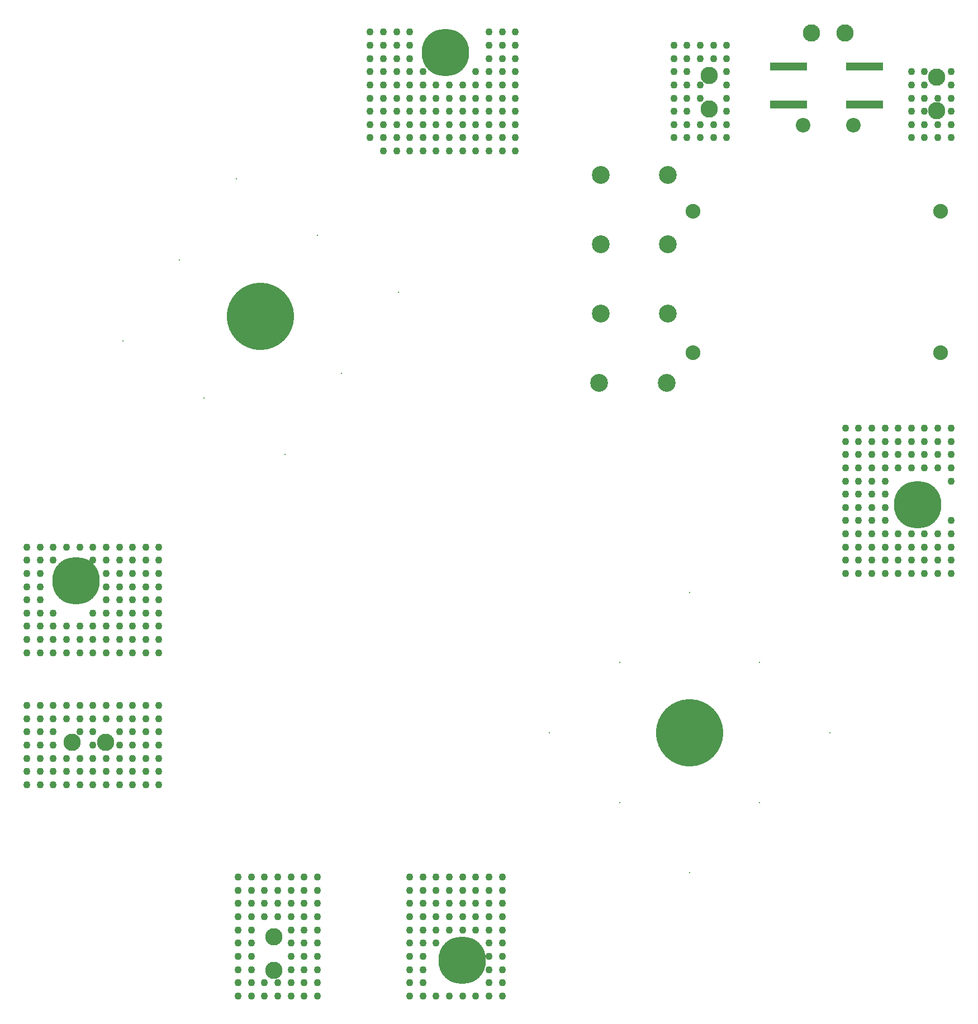
<source format=gts>
G04 Layer_Color=8388736*
%FSLAX44Y44*%
%MOMM*%
G71*
G01*
G75*
%ADD27R,5.6032X1.2532*%
%ADD28C,7.2032*%
%ADD29C,10.2032*%
%ADD30C,0.2032*%
%ADD31C,2.6162*%
%ADD32C,2.2352*%
%ADD33C,2.7032*%
%ADD34C,2.2032*%
%ADD35C,1.1032*%
D27*
X1375000Y1416250D02*
D03*
Y1473750D02*
D03*
X1260000D02*
D03*
Y1416250D02*
D03*
D28*
X739905Y1494746D02*
D03*
X180299Y695110D02*
D03*
X765109Y119755D02*
D03*
X1455068Y810068D02*
D03*
D29*
X460000Y1095000D02*
D03*
X1110000Y465000D02*
D03*
D30*
X582873Y1008963D02*
D03*
X373964Y972127D02*
D03*
X337127Y1181037D02*
D03*
X546036Y1217873D02*
D03*
X423164Y1303909D02*
D03*
X496836Y886091D02*
D03*
X251091Y1058164D02*
D03*
X668909Y1131836D02*
D03*
X1322132Y465000D02*
D03*
X897868D02*
D03*
X1110000Y252868D02*
D03*
Y677132D02*
D03*
X1216066Y571066D02*
D03*
X1003934D02*
D03*
Y358934D02*
D03*
X1216066D02*
D03*
D31*
X1345000Y1525000D02*
D03*
X1294200D02*
D03*
X1484226Y1407200D02*
D03*
Y1458000D02*
D03*
X480000Y105000D02*
D03*
Y155800D02*
D03*
X1140000Y1460000D02*
D03*
Y1409200D02*
D03*
X225000Y450000D02*
D03*
X174200D02*
D03*
D32*
X1115000Y1040000D02*
D03*
X1490000D02*
D03*
Y1255000D02*
D03*
X1115000D02*
D03*
D33*
X975000Y1310000D02*
D03*
X1077000D02*
D03*
X975000Y1205000D02*
D03*
X1077000D02*
D03*
X975000Y1100000D02*
D03*
X1077000D02*
D03*
X973000Y995000D02*
D03*
X1075000D02*
D03*
D34*
X1358100Y1385000D02*
D03*
X1281900D02*
D03*
D35*
X1506001Y1466001D02*
D03*
Y1446001D02*
D03*
Y1426001D02*
D03*
Y1406001D02*
D03*
Y1386001D02*
D03*
Y1366001D02*
D03*
X1486001Y1426001D02*
D03*
Y1386001D02*
D03*
Y1366001D02*
D03*
X1466001Y1466001D02*
D03*
Y1446001D02*
D03*
Y1426001D02*
D03*
Y1406001D02*
D03*
Y1386001D02*
D03*
Y1366001D02*
D03*
X1446001Y1466001D02*
D03*
Y1446001D02*
D03*
Y1426001D02*
D03*
Y1406001D02*
D03*
Y1386001D02*
D03*
Y1366001D02*
D03*
X1166001Y1506001D02*
D03*
Y1486001D02*
D03*
Y1466001D02*
D03*
Y1446001D02*
D03*
Y1426001D02*
D03*
Y1406001D02*
D03*
Y1386001D02*
D03*
Y1366001D02*
D03*
X1146001Y1506001D02*
D03*
Y1486001D02*
D03*
Y1386001D02*
D03*
Y1366001D02*
D03*
X1126001Y1506001D02*
D03*
Y1486001D02*
D03*
Y1446001D02*
D03*
Y1426001D02*
D03*
Y1386001D02*
D03*
Y1366001D02*
D03*
X1106001Y1506001D02*
D03*
Y1486001D02*
D03*
Y1466001D02*
D03*
Y1446001D02*
D03*
Y1426001D02*
D03*
Y1406001D02*
D03*
Y1386001D02*
D03*
Y1366001D02*
D03*
X1086001Y1506001D02*
D03*
Y1486001D02*
D03*
Y1466001D02*
D03*
Y1446001D02*
D03*
Y1426001D02*
D03*
Y1406001D02*
D03*
Y1386001D02*
D03*
Y1366001D02*
D03*
X846001Y1526001D02*
D03*
Y1506001D02*
D03*
Y1486001D02*
D03*
Y1466001D02*
D03*
Y1446001D02*
D03*
Y1426001D02*
D03*
Y1406001D02*
D03*
Y1386001D02*
D03*
Y1366001D02*
D03*
Y1346001D02*
D03*
X826001Y1526001D02*
D03*
Y1506001D02*
D03*
Y1486001D02*
D03*
Y1466001D02*
D03*
Y1446001D02*
D03*
Y1426001D02*
D03*
Y1406001D02*
D03*
Y1386001D02*
D03*
Y1366001D02*
D03*
Y1346001D02*
D03*
X806001Y1526001D02*
D03*
Y1506001D02*
D03*
Y1486001D02*
D03*
Y1466001D02*
D03*
Y1446001D02*
D03*
Y1426001D02*
D03*
Y1406001D02*
D03*
Y1386001D02*
D03*
Y1366001D02*
D03*
Y1346001D02*
D03*
X786001Y1466001D02*
D03*
Y1446001D02*
D03*
Y1426001D02*
D03*
Y1406001D02*
D03*
Y1386001D02*
D03*
Y1366001D02*
D03*
Y1346001D02*
D03*
X766001Y1446001D02*
D03*
Y1426001D02*
D03*
Y1406001D02*
D03*
Y1386001D02*
D03*
Y1366001D02*
D03*
Y1346001D02*
D03*
X746001Y1446001D02*
D03*
Y1426001D02*
D03*
Y1406001D02*
D03*
Y1386001D02*
D03*
Y1366001D02*
D03*
Y1346001D02*
D03*
X726001Y1446001D02*
D03*
Y1426001D02*
D03*
Y1406001D02*
D03*
Y1386001D02*
D03*
Y1366001D02*
D03*
Y1346001D02*
D03*
X706001Y1466001D02*
D03*
Y1446001D02*
D03*
Y1426001D02*
D03*
Y1406001D02*
D03*
Y1386001D02*
D03*
Y1366001D02*
D03*
Y1346001D02*
D03*
X686001Y1526001D02*
D03*
Y1506001D02*
D03*
Y1486001D02*
D03*
Y1466001D02*
D03*
Y1446001D02*
D03*
Y1426001D02*
D03*
Y1406001D02*
D03*
Y1386001D02*
D03*
Y1366001D02*
D03*
Y1346001D02*
D03*
X666001Y1526001D02*
D03*
Y1506001D02*
D03*
Y1486001D02*
D03*
Y1466001D02*
D03*
Y1446001D02*
D03*
Y1426001D02*
D03*
Y1406001D02*
D03*
Y1386001D02*
D03*
Y1366001D02*
D03*
Y1346001D02*
D03*
X646001Y1526001D02*
D03*
Y1506001D02*
D03*
Y1486001D02*
D03*
Y1466001D02*
D03*
Y1446001D02*
D03*
Y1426001D02*
D03*
Y1406001D02*
D03*
Y1386001D02*
D03*
Y1366001D02*
D03*
Y1346001D02*
D03*
X626001Y1526001D02*
D03*
Y1506001D02*
D03*
Y1486001D02*
D03*
Y1466001D02*
D03*
Y1446001D02*
D03*
Y1426001D02*
D03*
Y1406001D02*
D03*
Y1386001D02*
D03*
Y1366001D02*
D03*
X1506001Y926001D02*
D03*
Y906001D02*
D03*
Y886001D02*
D03*
Y866001D02*
D03*
Y846001D02*
D03*
Y786001D02*
D03*
Y766001D02*
D03*
Y746001D02*
D03*
Y726001D02*
D03*
Y706001D02*
D03*
X1486001Y926001D02*
D03*
Y906001D02*
D03*
Y886001D02*
D03*
Y866001D02*
D03*
Y766001D02*
D03*
Y746001D02*
D03*
Y726001D02*
D03*
Y706001D02*
D03*
X1466001Y926001D02*
D03*
Y906001D02*
D03*
Y886001D02*
D03*
Y866001D02*
D03*
Y766001D02*
D03*
Y746001D02*
D03*
Y726001D02*
D03*
Y706001D02*
D03*
X1446001Y926001D02*
D03*
Y906001D02*
D03*
Y886001D02*
D03*
Y866001D02*
D03*
Y766001D02*
D03*
Y746001D02*
D03*
Y726001D02*
D03*
Y706001D02*
D03*
X1426001Y926001D02*
D03*
Y906001D02*
D03*
Y886001D02*
D03*
Y866001D02*
D03*
Y766001D02*
D03*
Y746001D02*
D03*
Y726001D02*
D03*
Y706001D02*
D03*
X1406001Y926001D02*
D03*
Y906001D02*
D03*
Y886001D02*
D03*
Y866001D02*
D03*
Y846001D02*
D03*
Y826001D02*
D03*
Y806001D02*
D03*
Y786001D02*
D03*
Y766001D02*
D03*
Y746001D02*
D03*
Y726001D02*
D03*
Y706001D02*
D03*
X1386001Y926001D02*
D03*
Y906001D02*
D03*
Y886001D02*
D03*
Y866001D02*
D03*
Y846001D02*
D03*
Y826001D02*
D03*
Y806001D02*
D03*
Y786001D02*
D03*
Y766001D02*
D03*
Y746001D02*
D03*
Y726001D02*
D03*
Y706001D02*
D03*
X1366001Y926001D02*
D03*
Y906001D02*
D03*
Y886001D02*
D03*
Y866001D02*
D03*
Y846001D02*
D03*
Y826001D02*
D03*
Y806001D02*
D03*
Y786001D02*
D03*
Y766001D02*
D03*
Y746001D02*
D03*
Y726001D02*
D03*
Y706001D02*
D03*
X1346001Y926001D02*
D03*
Y906001D02*
D03*
Y886001D02*
D03*
Y866001D02*
D03*
Y846001D02*
D03*
Y826001D02*
D03*
Y806001D02*
D03*
Y786001D02*
D03*
Y766001D02*
D03*
Y746001D02*
D03*
Y726001D02*
D03*
Y706001D02*
D03*
X306000Y746001D02*
D03*
Y726001D02*
D03*
Y706001D02*
D03*
Y686001D02*
D03*
Y666001D02*
D03*
Y646001D02*
D03*
Y626001D02*
D03*
Y606001D02*
D03*
Y586001D02*
D03*
X286000Y746001D02*
D03*
Y726001D02*
D03*
Y706001D02*
D03*
Y686001D02*
D03*
Y666001D02*
D03*
Y646001D02*
D03*
Y626001D02*
D03*
Y606001D02*
D03*
Y586001D02*
D03*
X266000Y746001D02*
D03*
Y726001D02*
D03*
Y706001D02*
D03*
Y686001D02*
D03*
Y666001D02*
D03*
Y646001D02*
D03*
Y626001D02*
D03*
Y606001D02*
D03*
Y586001D02*
D03*
X246000Y746001D02*
D03*
Y726001D02*
D03*
Y706001D02*
D03*
Y686001D02*
D03*
Y666001D02*
D03*
Y646001D02*
D03*
Y626001D02*
D03*
Y606001D02*
D03*
Y586001D02*
D03*
X226000Y746001D02*
D03*
Y726001D02*
D03*
Y706001D02*
D03*
Y686001D02*
D03*
Y666001D02*
D03*
Y646001D02*
D03*
Y626001D02*
D03*
Y606001D02*
D03*
Y586001D02*
D03*
X206000Y746001D02*
D03*
Y726001D02*
D03*
Y646001D02*
D03*
Y626001D02*
D03*
Y606001D02*
D03*
Y586001D02*
D03*
X186000Y746001D02*
D03*
Y626001D02*
D03*
Y606001D02*
D03*
Y586001D02*
D03*
X166000Y746001D02*
D03*
Y626001D02*
D03*
Y606001D02*
D03*
Y586001D02*
D03*
X146000Y746001D02*
D03*
Y726001D02*
D03*
Y646001D02*
D03*
Y626001D02*
D03*
Y606001D02*
D03*
Y586001D02*
D03*
X126000Y746001D02*
D03*
Y726001D02*
D03*
Y706001D02*
D03*
Y686001D02*
D03*
Y666001D02*
D03*
Y646001D02*
D03*
Y626001D02*
D03*
Y606001D02*
D03*
Y586001D02*
D03*
X106000Y746001D02*
D03*
Y726001D02*
D03*
Y706001D02*
D03*
Y686001D02*
D03*
Y666001D02*
D03*
Y646001D02*
D03*
Y626001D02*
D03*
Y606001D02*
D03*
Y586001D02*
D03*
X306000Y506000D02*
D03*
Y486000D02*
D03*
Y466000D02*
D03*
Y446000D02*
D03*
Y426000D02*
D03*
Y406000D02*
D03*
Y386000D02*
D03*
X286000Y506000D02*
D03*
Y486000D02*
D03*
Y466000D02*
D03*
Y446000D02*
D03*
Y426000D02*
D03*
Y406000D02*
D03*
Y386000D02*
D03*
X266000Y506000D02*
D03*
Y486000D02*
D03*
Y466000D02*
D03*
Y446000D02*
D03*
Y426000D02*
D03*
Y406000D02*
D03*
Y386000D02*
D03*
X246000Y506000D02*
D03*
Y486000D02*
D03*
Y466000D02*
D03*
Y446000D02*
D03*
Y426000D02*
D03*
Y406000D02*
D03*
Y386000D02*
D03*
X226000Y506000D02*
D03*
Y486000D02*
D03*
Y426000D02*
D03*
Y406000D02*
D03*
Y386000D02*
D03*
X206000Y506000D02*
D03*
Y486000D02*
D03*
Y466000D02*
D03*
Y446000D02*
D03*
Y426000D02*
D03*
Y406000D02*
D03*
Y386000D02*
D03*
X186000Y506000D02*
D03*
Y486000D02*
D03*
Y466000D02*
D03*
Y426000D02*
D03*
Y406000D02*
D03*
Y386000D02*
D03*
X166000Y506000D02*
D03*
Y486000D02*
D03*
Y426000D02*
D03*
Y406000D02*
D03*
Y386000D02*
D03*
X146000Y506000D02*
D03*
Y486000D02*
D03*
Y466000D02*
D03*
Y446000D02*
D03*
Y426000D02*
D03*
Y406000D02*
D03*
Y386000D02*
D03*
X126000Y506000D02*
D03*
Y486000D02*
D03*
Y466000D02*
D03*
Y446000D02*
D03*
Y426000D02*
D03*
Y406000D02*
D03*
Y386000D02*
D03*
X106000Y506000D02*
D03*
Y486000D02*
D03*
Y466000D02*
D03*
Y446000D02*
D03*
Y426000D02*
D03*
Y406000D02*
D03*
Y386000D02*
D03*
X826001Y246000D02*
D03*
Y226000D02*
D03*
Y206000D02*
D03*
Y186000D02*
D03*
Y166000D02*
D03*
Y146000D02*
D03*
Y126000D02*
D03*
Y106000D02*
D03*
Y86000D02*
D03*
Y66000D02*
D03*
X806001Y246000D02*
D03*
Y226000D02*
D03*
Y206000D02*
D03*
Y186000D02*
D03*
Y166000D02*
D03*
Y146000D02*
D03*
Y126000D02*
D03*
Y106000D02*
D03*
Y86000D02*
D03*
Y66000D02*
D03*
X786001Y246000D02*
D03*
Y226000D02*
D03*
Y206000D02*
D03*
Y186000D02*
D03*
Y166000D02*
D03*
Y66000D02*
D03*
X766001Y246000D02*
D03*
Y226000D02*
D03*
Y206000D02*
D03*
Y186000D02*
D03*
Y166000D02*
D03*
Y66000D02*
D03*
X746001Y246000D02*
D03*
Y226000D02*
D03*
Y206000D02*
D03*
Y186000D02*
D03*
Y166000D02*
D03*
Y66000D02*
D03*
X726001Y246000D02*
D03*
Y226000D02*
D03*
Y206000D02*
D03*
Y186000D02*
D03*
Y166000D02*
D03*
Y146000D02*
D03*
Y66000D02*
D03*
X706001Y246000D02*
D03*
Y226000D02*
D03*
Y206000D02*
D03*
Y186000D02*
D03*
Y166000D02*
D03*
Y146000D02*
D03*
Y126000D02*
D03*
Y106000D02*
D03*
Y86000D02*
D03*
Y66000D02*
D03*
X686001Y246000D02*
D03*
Y226000D02*
D03*
Y206000D02*
D03*
Y186000D02*
D03*
Y166000D02*
D03*
Y146000D02*
D03*
Y126000D02*
D03*
Y106000D02*
D03*
Y86000D02*
D03*
Y66000D02*
D03*
X546000Y246000D02*
D03*
Y226000D02*
D03*
Y206000D02*
D03*
Y186000D02*
D03*
Y166000D02*
D03*
Y146000D02*
D03*
Y126000D02*
D03*
Y106000D02*
D03*
Y86000D02*
D03*
Y66000D02*
D03*
X526000Y246000D02*
D03*
Y226000D02*
D03*
Y206000D02*
D03*
Y186000D02*
D03*
Y166000D02*
D03*
Y146000D02*
D03*
Y126000D02*
D03*
Y106000D02*
D03*
Y86000D02*
D03*
Y66000D02*
D03*
X506000Y246000D02*
D03*
Y226000D02*
D03*
Y206000D02*
D03*
Y186000D02*
D03*
Y166000D02*
D03*
Y146000D02*
D03*
Y126000D02*
D03*
Y106000D02*
D03*
Y86000D02*
D03*
Y66000D02*
D03*
X486000Y246000D02*
D03*
Y226000D02*
D03*
Y206000D02*
D03*
Y186000D02*
D03*
Y86000D02*
D03*
Y66000D02*
D03*
X466000Y246000D02*
D03*
Y226000D02*
D03*
Y206000D02*
D03*
Y186000D02*
D03*
Y86000D02*
D03*
Y66000D02*
D03*
X446000Y246000D02*
D03*
Y226000D02*
D03*
Y206000D02*
D03*
Y186000D02*
D03*
Y166000D02*
D03*
Y146000D02*
D03*
Y126000D02*
D03*
Y106000D02*
D03*
Y86000D02*
D03*
Y66000D02*
D03*
X426000Y246000D02*
D03*
Y226000D02*
D03*
Y206000D02*
D03*
Y186000D02*
D03*
Y166000D02*
D03*
Y146000D02*
D03*
Y126000D02*
D03*
Y106000D02*
D03*
Y86000D02*
D03*
Y66000D02*
D03*
M02*

</source>
